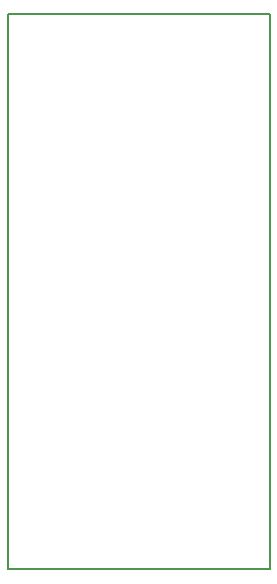
<source format=gm1>
G04 #@! TF.GenerationSoftware,KiCad,Pcbnew,(5.0.0-3-g5ebb6b6)*
G04 #@! TF.CreationDate,2018-09-15T11:59:02+02:00*
G04 #@! TF.ProjectId,Nano_Lambda,4E616E6F5F4C616D6264612E6B696361,rev?*
G04 #@! TF.SameCoordinates,Original*
G04 #@! TF.FileFunction,Profile,NP*
%FSLAX46Y46*%
G04 Gerber Fmt 4.6, Leading zero omitted, Abs format (unit mm)*
G04 Created by KiCad (PCBNEW (5.0.0-3-g5ebb6b6)) date Saturday, 15 September 2018 at 11:59:02*
%MOMM*%
%LPD*%
G01*
G04 APERTURE LIST*
%ADD10C,0.150000*%
G04 APERTURE END LIST*
D10*
X160020000Y-102870000D02*
X160020000Y-55880000D01*
X182245000Y-102870000D02*
X160020000Y-102870000D01*
X182245000Y-55880000D02*
X182245000Y-102870000D01*
X160020000Y-55880000D02*
X182245000Y-55880000D01*
M02*

</source>
